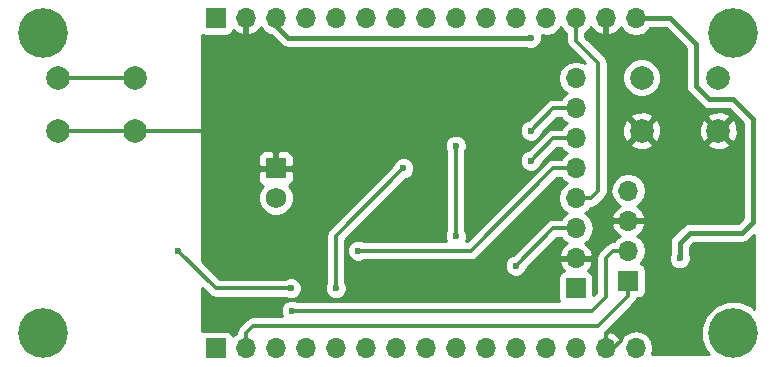
<source format=gbr>
G04 #@! TF.FileFunction,Copper,L2,Bot,Signal*
%FSLAX46Y46*%
G04 Gerber Fmt 4.6, Leading zero omitted, Abs format (unit mm)*
G04 Created by KiCad (PCBNEW 4.0.7) date 03/26/18 16:58:00*
%MOMM*%
%LPD*%
G01*
G04 APERTURE LIST*
%ADD10C,0.100000*%
%ADD11C,4.200000*%
%ADD12R,1.700000X1.700000*%
%ADD13O,1.700000X1.700000*%
%ADD14C,2.000000*%
%ADD15R,1.750000X1.750000*%
%ADD16C,1.750000*%
%ADD17C,0.600000*%
%ADD18C,0.350000*%
%ADD19C,0.450000*%
%ADD20C,0.254000*%
G04 APERTURE END LIST*
D10*
D11*
X204470000Y-104775000D03*
X146050000Y-104775000D03*
X146050000Y-79375000D03*
D12*
X195580000Y-100330000D03*
D13*
X195580000Y-97790000D03*
X195580000Y-95250000D03*
X195580000Y-92710000D03*
D14*
X203200000Y-83130000D03*
X203200000Y-87630000D03*
X196700000Y-83130000D03*
X196700000Y-87630000D03*
D12*
X160655000Y-78105000D03*
D13*
X163195000Y-78105000D03*
X165735000Y-78105000D03*
X168275000Y-78105000D03*
X170815000Y-78105000D03*
X173355000Y-78105000D03*
X175895000Y-78105000D03*
X178435000Y-78105000D03*
X180975000Y-78105000D03*
X183515000Y-78105000D03*
X186055000Y-78105000D03*
X188595000Y-78105000D03*
X191135000Y-78105000D03*
X193675000Y-78105000D03*
X196215000Y-78105000D03*
D12*
X160655000Y-106045000D03*
D13*
X163195000Y-106045000D03*
X165735000Y-106045000D03*
X168275000Y-106045000D03*
X170815000Y-106045000D03*
X173355000Y-106045000D03*
X175895000Y-106045000D03*
X178435000Y-106045000D03*
X180975000Y-106045000D03*
X183515000Y-106045000D03*
X186055000Y-106045000D03*
X188595000Y-106045000D03*
X191135000Y-106045000D03*
X193675000Y-106045000D03*
X196215000Y-106045000D03*
D12*
X191135000Y-100965000D03*
D13*
X191135000Y-98425000D03*
X191135000Y-95885000D03*
X191135000Y-93345000D03*
X191135000Y-90805000D03*
X191135000Y-88265000D03*
X191135000Y-85725000D03*
X191135000Y-83185000D03*
D11*
X204470000Y-79375000D03*
D15*
X165735000Y-90805000D03*
D16*
X165735000Y-93305000D03*
D14*
X147320000Y-83130000D03*
X147320000Y-87630000D03*
X153820000Y-83130000D03*
X153820000Y-87630000D03*
D17*
X167089998Y-102870000D03*
X199930000Y-98425000D03*
X187325000Y-79756000D03*
X167005000Y-100965000D03*
X157480000Y-97790000D03*
X176530000Y-90805000D03*
X170815000Y-100965000D03*
X172720000Y-97790000D03*
X187325000Y-87630000D03*
X187325000Y-90170000D03*
X186055000Y-99060000D03*
X180975000Y-88900000D03*
X180975000Y-96520000D03*
D18*
X195580000Y-100330000D02*
X195580000Y-101600000D01*
X195580000Y-101600000D02*
X193040000Y-104140000D01*
X163830000Y-104140000D02*
X163195000Y-104775000D01*
X193040000Y-104140000D02*
X163830000Y-104140000D01*
X163195000Y-104775000D02*
X163195000Y-106045000D01*
X163195000Y-104775000D02*
X163195000Y-106045000D01*
X167005000Y-102870000D02*
X167089998Y-102870000D01*
X167089998Y-102870000D02*
X167005000Y-102870000D01*
X195580000Y-97790000D02*
X194310000Y-97790000D01*
X192489998Y-102870000D02*
X167089998Y-102870000D01*
X193675000Y-101684998D02*
X192489998Y-102870000D01*
X193675000Y-98425000D02*
X193675000Y-101684998D01*
X194310000Y-97790000D02*
X193675000Y-98425000D01*
X147320000Y-87630000D02*
X153820000Y-87630000D01*
X153820000Y-87630000D02*
X160655000Y-87630000D01*
X193675000Y-106045000D02*
X193675000Y-104775000D01*
X193675000Y-104775000D02*
X194310000Y-104140000D01*
X193675000Y-106045000D02*
X194310000Y-106045000D01*
X194310000Y-106045000D02*
X194945000Y-105410000D01*
X194945000Y-105410000D02*
X194945000Y-104775000D01*
X193675000Y-106045000D02*
X193675000Y-105410000D01*
D19*
X199930000Y-98425000D02*
X199930000Y-97123000D01*
X199136000Y-78105000D02*
X196215000Y-78105000D01*
X201295000Y-80264000D02*
X199136000Y-78105000D01*
X201295000Y-83820000D02*
X201295000Y-80264000D01*
X202438000Y-84963000D02*
X201295000Y-83820000D01*
X204470000Y-84963000D02*
X202438000Y-84963000D01*
X206121000Y-86614000D02*
X204470000Y-84963000D01*
X206121000Y-92583000D02*
X206121000Y-86614000D01*
X206121000Y-95377000D02*
X206121000Y-92583000D01*
X205232000Y-96266000D02*
X206121000Y-95377000D01*
X200787000Y-96266000D02*
X205232000Y-96266000D01*
X199930000Y-97123000D02*
X200787000Y-96266000D01*
X187325000Y-79756000D02*
X166751000Y-79756000D01*
X165735000Y-78740000D02*
X166751000Y-79756000D01*
X165735000Y-78740000D02*
X165735000Y-78105000D01*
D18*
X167005000Y-100965000D02*
X161290000Y-100965000D01*
X160655000Y-100965000D02*
X161290000Y-100965000D01*
X157480000Y-97790000D02*
X160655000Y-100965000D01*
X147320000Y-83130000D02*
X153820000Y-83130000D01*
X153820000Y-83130000D02*
X153875000Y-83185000D01*
X176530000Y-90805000D02*
X170815000Y-96520000D01*
X170815000Y-96520000D02*
X170815000Y-100965000D01*
X172720000Y-97790000D02*
X177165000Y-97790000D01*
X177165000Y-97790000D02*
X177800000Y-97790000D01*
X191135000Y-90805000D02*
X189230000Y-90805000D01*
X182245000Y-97790000D02*
X177800000Y-97790000D01*
X177800000Y-97790000D02*
X177165000Y-97790000D01*
X189230000Y-90805000D02*
X182245000Y-97790000D01*
X191135000Y-85725000D02*
X189230000Y-85725000D01*
X189230000Y-85725000D02*
X187325000Y-87630000D01*
X191135000Y-93345000D02*
X192405000Y-93345000D01*
X191135000Y-80010000D02*
X191135000Y-78105000D01*
X193040000Y-81915000D02*
X191135000Y-80010000D01*
X193040000Y-92710000D02*
X193040000Y-81915000D01*
X192405000Y-93345000D02*
X193040000Y-92710000D01*
X191135000Y-88265000D02*
X189230000Y-88265000D01*
X189230000Y-88265000D02*
X187325000Y-90170000D01*
X191135000Y-95885000D02*
X189230000Y-95885000D01*
X189230000Y-95885000D02*
X186055000Y-99060000D01*
X180975000Y-88900000D02*
X180975000Y-96520000D01*
D20*
G36*
X163322000Y-77978000D02*
X163342000Y-77978000D01*
X163342000Y-78232000D01*
X163322000Y-78232000D01*
X163322000Y-79425155D01*
X163551890Y-79546476D01*
X163961924Y-79376645D01*
X164390183Y-78986358D01*
X164457298Y-78843447D01*
X164684946Y-79184147D01*
X165166715Y-79506054D01*
X165314158Y-79535382D01*
X166142888Y-80364112D01*
X166421892Y-80550536D01*
X166751000Y-80616000D01*
X186957972Y-80616000D01*
X187138201Y-80690838D01*
X187510167Y-80691162D01*
X187853943Y-80549117D01*
X188117192Y-80286327D01*
X188259838Y-79942799D01*
X188260162Y-79570833D01*
X188251904Y-79550847D01*
X188595000Y-79619093D01*
X189163285Y-79506054D01*
X189645054Y-79184147D01*
X189865000Y-78854974D01*
X190084946Y-79184147D01*
X190325000Y-79344546D01*
X190325000Y-80010000D01*
X190386658Y-80319974D01*
X190539149Y-80548192D01*
X190562244Y-80582756D01*
X191913644Y-81934157D01*
X191732378Y-81813039D01*
X191164093Y-81700000D01*
X191105907Y-81700000D01*
X190537622Y-81813039D01*
X190055853Y-82134946D01*
X189733946Y-82616715D01*
X189620907Y-83185000D01*
X189733946Y-83753285D01*
X190055853Y-84235054D01*
X190385026Y-84455000D01*
X190055853Y-84674946D01*
X189895454Y-84915000D01*
X189230000Y-84915000D01*
X189057897Y-84949234D01*
X188920027Y-84976657D01*
X188657244Y-85152243D01*
X187096918Y-86712570D01*
X186796057Y-86836883D01*
X186532808Y-87099673D01*
X186390162Y-87443201D01*
X186389838Y-87815167D01*
X186531883Y-88158943D01*
X186794673Y-88422192D01*
X187138201Y-88564838D01*
X187510167Y-88565162D01*
X187853943Y-88423117D01*
X188117192Y-88160327D01*
X188242884Y-87857628D01*
X189565513Y-86535000D01*
X189895454Y-86535000D01*
X190055853Y-86775054D01*
X190385026Y-86995000D01*
X190055853Y-87214946D01*
X189895454Y-87455000D01*
X189230000Y-87455000D01*
X189057897Y-87489234D01*
X188920027Y-87516657D01*
X188657244Y-87692243D01*
X187096918Y-89252570D01*
X186796057Y-89376883D01*
X186532808Y-89639673D01*
X186390162Y-89983201D01*
X186389838Y-90355167D01*
X186531883Y-90698943D01*
X186794673Y-90962192D01*
X187138201Y-91104838D01*
X187510167Y-91105162D01*
X187853943Y-90963117D01*
X188117192Y-90700327D01*
X188242884Y-90397628D01*
X189565513Y-89075000D01*
X189895454Y-89075000D01*
X190055853Y-89315054D01*
X190385026Y-89535000D01*
X190055853Y-89754946D01*
X189895454Y-89995000D01*
X189230000Y-89995000D01*
X189057897Y-90029234D01*
X188920027Y-90056657D01*
X188657244Y-90232243D01*
X181909488Y-96980000D01*
X181796394Y-96980000D01*
X181909838Y-96706799D01*
X181910162Y-96334833D01*
X181785000Y-96031917D01*
X181785000Y-89387441D01*
X181909838Y-89086799D01*
X181910162Y-88714833D01*
X181768117Y-88371057D01*
X181505327Y-88107808D01*
X181161799Y-87965162D01*
X180789833Y-87964838D01*
X180446057Y-88106883D01*
X180182808Y-88369673D01*
X180040162Y-88713201D01*
X180039838Y-89085167D01*
X180165000Y-89388083D01*
X180165000Y-96032559D01*
X180040162Y-96333201D01*
X180039838Y-96705167D01*
X180153396Y-96980000D01*
X173207441Y-96980000D01*
X172906799Y-96855162D01*
X172534833Y-96854838D01*
X172191057Y-96996883D01*
X171927808Y-97259673D01*
X171785162Y-97603201D01*
X171784838Y-97975167D01*
X171926883Y-98318943D01*
X172189673Y-98582192D01*
X172533201Y-98724838D01*
X172905167Y-98725162D01*
X173208083Y-98600000D01*
X182245000Y-98600000D01*
X182554974Y-98538342D01*
X182817756Y-98362756D01*
X189565513Y-91615000D01*
X189895454Y-91615000D01*
X190055853Y-91855054D01*
X190385026Y-92075000D01*
X190055853Y-92294946D01*
X189733946Y-92776715D01*
X189620907Y-93345000D01*
X189733946Y-93913285D01*
X190055853Y-94395054D01*
X190385026Y-94615000D01*
X190055853Y-94834946D01*
X189895454Y-95075000D01*
X189230000Y-95075000D01*
X188920026Y-95136658D01*
X188788635Y-95224451D01*
X188657243Y-95312244D01*
X185826918Y-98142570D01*
X185526057Y-98266883D01*
X185262808Y-98529673D01*
X185120162Y-98873201D01*
X185119838Y-99245167D01*
X185261883Y-99588943D01*
X185524673Y-99852192D01*
X185868201Y-99994838D01*
X186240167Y-99995162D01*
X186583943Y-99853117D01*
X186847192Y-99590327D01*
X186972884Y-99287628D01*
X189565513Y-96695000D01*
X189895454Y-96695000D01*
X190055853Y-96935054D01*
X190396553Y-97162702D01*
X190253642Y-97229817D01*
X189863355Y-97658076D01*
X189693524Y-98068110D01*
X189814845Y-98298000D01*
X191008000Y-98298000D01*
X191008000Y-98278000D01*
X191262000Y-98278000D01*
X191262000Y-98298000D01*
X192455155Y-98298000D01*
X192576476Y-98068110D01*
X192406645Y-97658076D01*
X192016358Y-97229817D01*
X191873447Y-97162702D01*
X192214147Y-96935054D01*
X192536054Y-96453285D01*
X192649093Y-95885000D01*
X192536054Y-95316715D01*
X192214147Y-94834946D01*
X191884974Y-94615000D01*
X192214147Y-94395054D01*
X192374546Y-94155000D01*
X192405000Y-94155000D01*
X192714974Y-94093342D01*
X192977756Y-93917756D01*
X193612757Y-93282756D01*
X193788343Y-93019973D01*
X193850000Y-92710000D01*
X194065907Y-92710000D01*
X194178946Y-93278285D01*
X194500853Y-93760054D01*
X194841553Y-93987702D01*
X194698642Y-94054817D01*
X194308355Y-94483076D01*
X194138524Y-94893110D01*
X194259845Y-95123000D01*
X195453000Y-95123000D01*
X195453000Y-95103000D01*
X195707000Y-95103000D01*
X195707000Y-95123000D01*
X196900155Y-95123000D01*
X197021476Y-94893110D01*
X196851645Y-94483076D01*
X196461358Y-94054817D01*
X196318447Y-93987702D01*
X196659147Y-93760054D01*
X196981054Y-93278285D01*
X197094093Y-92710000D01*
X196981054Y-92141715D01*
X196659147Y-91659946D01*
X196177378Y-91338039D01*
X195609093Y-91225000D01*
X195550907Y-91225000D01*
X194982622Y-91338039D01*
X194500853Y-91659946D01*
X194178946Y-92141715D01*
X194065907Y-92710000D01*
X193850000Y-92710000D01*
X193850000Y-88782532D01*
X195727073Y-88782532D01*
X195825736Y-89049387D01*
X196435461Y-89275908D01*
X197085460Y-89251856D01*
X197574264Y-89049387D01*
X197672927Y-88782532D01*
X202227073Y-88782532D01*
X202325736Y-89049387D01*
X202935461Y-89275908D01*
X203585460Y-89251856D01*
X204074264Y-89049387D01*
X204172927Y-88782532D01*
X203200000Y-87809605D01*
X202227073Y-88782532D01*
X197672927Y-88782532D01*
X196700000Y-87809605D01*
X195727073Y-88782532D01*
X193850000Y-88782532D01*
X193850000Y-87365461D01*
X195054092Y-87365461D01*
X195078144Y-88015460D01*
X195280613Y-88504264D01*
X195547468Y-88602927D01*
X196520395Y-87630000D01*
X196879605Y-87630000D01*
X197852532Y-88602927D01*
X198119387Y-88504264D01*
X198345908Y-87894539D01*
X198326331Y-87365461D01*
X201554092Y-87365461D01*
X201578144Y-88015460D01*
X201780613Y-88504264D01*
X202047468Y-88602927D01*
X203020395Y-87630000D01*
X203379605Y-87630000D01*
X204352532Y-88602927D01*
X204619387Y-88504264D01*
X204845908Y-87894539D01*
X204821856Y-87244540D01*
X204619387Y-86755736D01*
X204352532Y-86657073D01*
X203379605Y-87630000D01*
X203020395Y-87630000D01*
X202047468Y-86657073D01*
X201780613Y-86755736D01*
X201554092Y-87365461D01*
X198326331Y-87365461D01*
X198321856Y-87244540D01*
X198119387Y-86755736D01*
X197852532Y-86657073D01*
X196879605Y-87630000D01*
X196520395Y-87630000D01*
X195547468Y-86657073D01*
X195280613Y-86755736D01*
X195054092Y-87365461D01*
X193850000Y-87365461D01*
X193850000Y-86477468D01*
X195727073Y-86477468D01*
X196700000Y-87450395D01*
X197672927Y-86477468D01*
X202227073Y-86477468D01*
X203200000Y-87450395D01*
X204172927Y-86477468D01*
X204074264Y-86210613D01*
X203464539Y-85984092D01*
X202814540Y-86008144D01*
X202325736Y-86210613D01*
X202227073Y-86477468D01*
X197672927Y-86477468D01*
X197574264Y-86210613D01*
X196964539Y-85984092D01*
X196314540Y-86008144D01*
X195825736Y-86210613D01*
X195727073Y-86477468D01*
X193850000Y-86477468D01*
X193850000Y-83453795D01*
X195064716Y-83453795D01*
X195313106Y-84054943D01*
X195772637Y-84515278D01*
X196373352Y-84764716D01*
X197023795Y-84765284D01*
X197624943Y-84516894D01*
X198085278Y-84057363D01*
X198334716Y-83456648D01*
X198335284Y-82806205D01*
X198086894Y-82205057D01*
X197627363Y-81744722D01*
X197026648Y-81495284D01*
X196376205Y-81494716D01*
X195775057Y-81743106D01*
X195314722Y-82202637D01*
X195065284Y-82803352D01*
X195064716Y-83453795D01*
X193850000Y-83453795D01*
X193850000Y-81915000D01*
X193807234Y-81700000D01*
X193788343Y-81605027D01*
X193612757Y-81342244D01*
X191945000Y-79674488D01*
X191945000Y-79344546D01*
X192185054Y-79184147D01*
X192412702Y-78843447D01*
X192479817Y-78986358D01*
X192908076Y-79376645D01*
X193318110Y-79546476D01*
X193548000Y-79425155D01*
X193548000Y-78232000D01*
X193528000Y-78232000D01*
X193528000Y-77978000D01*
X193548000Y-77978000D01*
X193548000Y-77958000D01*
X193802000Y-77958000D01*
X193802000Y-77978000D01*
X193822000Y-77978000D01*
X193822000Y-78232000D01*
X193802000Y-78232000D01*
X193802000Y-79425155D01*
X194031890Y-79546476D01*
X194441924Y-79376645D01*
X194870183Y-78986358D01*
X194937298Y-78843447D01*
X195164946Y-79184147D01*
X195646715Y-79506054D01*
X196215000Y-79619093D01*
X196783285Y-79506054D01*
X197265054Y-79184147D01*
X197411483Y-78965000D01*
X198779776Y-78965000D01*
X200435000Y-80620224D01*
X200435000Y-83820000D01*
X200500464Y-84149108D01*
X200686888Y-84428112D01*
X201829888Y-85571112D01*
X202108892Y-85757536D01*
X202438000Y-85823000D01*
X204113776Y-85823000D01*
X205261000Y-86970224D01*
X205261000Y-95020776D01*
X204875776Y-95406000D01*
X200787000Y-95406000D01*
X200457892Y-95471464D01*
X200255212Y-95606890D01*
X200178888Y-95657888D01*
X199321888Y-96514888D01*
X199135464Y-96793892D01*
X199070000Y-97123000D01*
X199070000Y-98057972D01*
X198995162Y-98238201D01*
X198994838Y-98610167D01*
X199136883Y-98953943D01*
X199399673Y-99217192D01*
X199743201Y-99359838D01*
X200115167Y-99360162D01*
X200458943Y-99218117D01*
X200722192Y-98955327D01*
X200864838Y-98611799D01*
X200865162Y-98239833D01*
X200790000Y-98057927D01*
X200790000Y-97479224D01*
X201143224Y-97126000D01*
X205232000Y-97126000D01*
X205561108Y-97060536D01*
X205840112Y-96874112D01*
X206248000Y-96466224D01*
X206248000Y-102684852D01*
X206021276Y-102457732D01*
X205016412Y-102040476D01*
X203928362Y-102039526D01*
X202922771Y-102455028D01*
X202152732Y-103223724D01*
X201735476Y-104228588D01*
X201734526Y-105316638D01*
X202150028Y-106322229D01*
X202380397Y-106553000D01*
X197604739Y-106553000D01*
X197700000Y-106074093D01*
X197700000Y-106015907D01*
X197586961Y-105447622D01*
X197265054Y-104965853D01*
X196783285Y-104643946D01*
X196215000Y-104530907D01*
X195646715Y-104643946D01*
X195164946Y-104965853D01*
X194937298Y-105306553D01*
X194870183Y-105163642D01*
X194441924Y-104773355D01*
X194031890Y-104603524D01*
X193802002Y-104724844D01*
X193802002Y-104560000D01*
X193765512Y-104560000D01*
X196152756Y-102172757D01*
X196271548Y-101994972D01*
X196328342Y-101909974D01*
X196344759Y-101827440D01*
X196430000Y-101827440D01*
X196665317Y-101783162D01*
X196881441Y-101644090D01*
X197026431Y-101431890D01*
X197077440Y-101180000D01*
X197077440Y-99480000D01*
X197033162Y-99244683D01*
X196894090Y-99028559D01*
X196681890Y-98883569D01*
X196614459Y-98869914D01*
X196659147Y-98840054D01*
X196981054Y-98358285D01*
X197094093Y-97790000D01*
X196981054Y-97221715D01*
X196659147Y-96739946D01*
X196318447Y-96512298D01*
X196461358Y-96445183D01*
X196851645Y-96016924D01*
X197021476Y-95606890D01*
X196900155Y-95377000D01*
X195707000Y-95377000D01*
X195707000Y-95397000D01*
X195453000Y-95397000D01*
X195453000Y-95377000D01*
X194259845Y-95377000D01*
X194138524Y-95606890D01*
X194308355Y-96016924D01*
X194698642Y-96445183D01*
X194841553Y-96512298D01*
X194500853Y-96739946D01*
X194340454Y-96980000D01*
X194310000Y-96980000D01*
X194000027Y-97041657D01*
X193737244Y-97217243D01*
X193102244Y-97852244D01*
X192926658Y-98115026D01*
X192865000Y-98425000D01*
X192865000Y-101349485D01*
X192632440Y-101582045D01*
X192632440Y-100115000D01*
X192588162Y-99879683D01*
X192449090Y-99663559D01*
X192236890Y-99518569D01*
X192128893Y-99496699D01*
X192406645Y-99191924D01*
X192576476Y-98781890D01*
X192455155Y-98552000D01*
X191262000Y-98552000D01*
X191262000Y-98572000D01*
X191008000Y-98572000D01*
X191008000Y-98552000D01*
X189814845Y-98552000D01*
X189693524Y-98781890D01*
X189863355Y-99191924D01*
X190139501Y-99494937D01*
X190049683Y-99511838D01*
X189833559Y-99650910D01*
X189688569Y-99863110D01*
X189637560Y-100115000D01*
X189637560Y-101815000D01*
X189681838Y-102050317D01*
X189688069Y-102060000D01*
X167577439Y-102060000D01*
X167276797Y-101935162D01*
X166904831Y-101934838D01*
X166561055Y-102076883D01*
X166297806Y-102339673D01*
X166155160Y-102683201D01*
X166154836Y-103055167D01*
X166268394Y-103330000D01*
X163830000Y-103330000D01*
X163520027Y-103391657D01*
X163257244Y-103567243D01*
X162622244Y-104202244D01*
X162446658Y-104465026D01*
X162385000Y-104775000D01*
X162385000Y-104805454D01*
X162144946Y-104965853D01*
X162117150Y-105007452D01*
X162108162Y-104959683D01*
X161969090Y-104743559D01*
X161756890Y-104598569D01*
X161505000Y-104547560D01*
X159805000Y-104547560D01*
X159569683Y-104591838D01*
X159512000Y-104628956D01*
X159512000Y-100967513D01*
X160082243Y-101537756D01*
X160175398Y-101600000D01*
X160345026Y-101713342D01*
X160655000Y-101775000D01*
X166517559Y-101775000D01*
X166818201Y-101899838D01*
X167190167Y-101900162D01*
X167533943Y-101758117D01*
X167797192Y-101495327D01*
X167939838Y-101151799D01*
X167939839Y-101150167D01*
X169879838Y-101150167D01*
X170021883Y-101493943D01*
X170284673Y-101757192D01*
X170628201Y-101899838D01*
X171000167Y-101900162D01*
X171343943Y-101758117D01*
X171607192Y-101495327D01*
X171749838Y-101151799D01*
X171750162Y-100779833D01*
X171625000Y-100476917D01*
X171625000Y-96855512D01*
X176758084Y-91722429D01*
X177058943Y-91598117D01*
X177322192Y-91335327D01*
X177464838Y-90991799D01*
X177465162Y-90619833D01*
X177323117Y-90276057D01*
X177060327Y-90012808D01*
X176716799Y-89870162D01*
X176344833Y-89869838D01*
X176001057Y-90011883D01*
X175737808Y-90274673D01*
X175612116Y-90577371D01*
X170242244Y-95947244D01*
X170066658Y-96210026D01*
X170005000Y-96520000D01*
X170005000Y-100477559D01*
X169880162Y-100778201D01*
X169879838Y-101150167D01*
X167939839Y-101150167D01*
X167940162Y-100779833D01*
X167798117Y-100436057D01*
X167535327Y-100172808D01*
X167191799Y-100030162D01*
X166819833Y-100029838D01*
X166516917Y-100155000D01*
X160990513Y-100155000D01*
X159512000Y-98676488D01*
X159512000Y-93604040D01*
X164224738Y-93604040D01*
X164454138Y-94159229D01*
X164878537Y-94584370D01*
X165433325Y-94814738D01*
X166034040Y-94815262D01*
X166589229Y-94585862D01*
X167014370Y-94161463D01*
X167244738Y-93606675D01*
X167245262Y-93005960D01*
X167015862Y-92450771D01*
X166838198Y-92272797D01*
X166969699Y-92218327D01*
X167148327Y-92039698D01*
X167245000Y-91806309D01*
X167245000Y-91090750D01*
X167086250Y-90932000D01*
X165862000Y-90932000D01*
X165862000Y-90952000D01*
X165608000Y-90952000D01*
X165608000Y-90932000D01*
X164383750Y-90932000D01*
X164225000Y-91090750D01*
X164225000Y-91806309D01*
X164321673Y-92039698D01*
X164500301Y-92218327D01*
X164631714Y-92272760D01*
X164455630Y-92448537D01*
X164225262Y-93003325D01*
X164224738Y-93604040D01*
X159512000Y-93604040D01*
X159512000Y-89803691D01*
X164225000Y-89803691D01*
X164225000Y-90519250D01*
X164383750Y-90678000D01*
X165608000Y-90678000D01*
X165608000Y-89453750D01*
X165862000Y-89453750D01*
X165862000Y-90678000D01*
X167086250Y-90678000D01*
X167245000Y-90519250D01*
X167245000Y-89803691D01*
X167148327Y-89570302D01*
X166969699Y-89391673D01*
X166736310Y-89295000D01*
X166020750Y-89295000D01*
X165862000Y-89453750D01*
X165608000Y-89453750D01*
X165449250Y-89295000D01*
X164733690Y-89295000D01*
X164500301Y-89391673D01*
X164321673Y-89570302D01*
X164225000Y-89803691D01*
X159512000Y-89803691D01*
X159512000Y-79523342D01*
X159553110Y-79551431D01*
X159805000Y-79602440D01*
X161505000Y-79602440D01*
X161740317Y-79558162D01*
X161956441Y-79419090D01*
X162101431Y-79206890D01*
X162123301Y-79098893D01*
X162428076Y-79376645D01*
X162838110Y-79546476D01*
X163068000Y-79425155D01*
X163068000Y-78232000D01*
X163048000Y-78232000D01*
X163048000Y-77978000D01*
X163068000Y-77978000D01*
X163068000Y-77958000D01*
X163322000Y-77958000D01*
X163322000Y-77978000D01*
X163322000Y-77978000D01*
G37*
X163322000Y-77978000D02*
X163342000Y-77978000D01*
X163342000Y-78232000D01*
X163322000Y-78232000D01*
X163322000Y-79425155D01*
X163551890Y-79546476D01*
X163961924Y-79376645D01*
X164390183Y-78986358D01*
X164457298Y-78843447D01*
X164684946Y-79184147D01*
X165166715Y-79506054D01*
X165314158Y-79535382D01*
X166142888Y-80364112D01*
X166421892Y-80550536D01*
X166751000Y-80616000D01*
X186957972Y-80616000D01*
X187138201Y-80690838D01*
X187510167Y-80691162D01*
X187853943Y-80549117D01*
X188117192Y-80286327D01*
X188259838Y-79942799D01*
X188260162Y-79570833D01*
X188251904Y-79550847D01*
X188595000Y-79619093D01*
X189163285Y-79506054D01*
X189645054Y-79184147D01*
X189865000Y-78854974D01*
X190084946Y-79184147D01*
X190325000Y-79344546D01*
X190325000Y-80010000D01*
X190386658Y-80319974D01*
X190539149Y-80548192D01*
X190562244Y-80582756D01*
X191913644Y-81934157D01*
X191732378Y-81813039D01*
X191164093Y-81700000D01*
X191105907Y-81700000D01*
X190537622Y-81813039D01*
X190055853Y-82134946D01*
X189733946Y-82616715D01*
X189620907Y-83185000D01*
X189733946Y-83753285D01*
X190055853Y-84235054D01*
X190385026Y-84455000D01*
X190055853Y-84674946D01*
X189895454Y-84915000D01*
X189230000Y-84915000D01*
X189057897Y-84949234D01*
X188920027Y-84976657D01*
X188657244Y-85152243D01*
X187096918Y-86712570D01*
X186796057Y-86836883D01*
X186532808Y-87099673D01*
X186390162Y-87443201D01*
X186389838Y-87815167D01*
X186531883Y-88158943D01*
X186794673Y-88422192D01*
X187138201Y-88564838D01*
X187510167Y-88565162D01*
X187853943Y-88423117D01*
X188117192Y-88160327D01*
X188242884Y-87857628D01*
X189565513Y-86535000D01*
X189895454Y-86535000D01*
X190055853Y-86775054D01*
X190385026Y-86995000D01*
X190055853Y-87214946D01*
X189895454Y-87455000D01*
X189230000Y-87455000D01*
X189057897Y-87489234D01*
X188920027Y-87516657D01*
X188657244Y-87692243D01*
X187096918Y-89252570D01*
X186796057Y-89376883D01*
X186532808Y-89639673D01*
X186390162Y-89983201D01*
X186389838Y-90355167D01*
X186531883Y-90698943D01*
X186794673Y-90962192D01*
X187138201Y-91104838D01*
X187510167Y-91105162D01*
X187853943Y-90963117D01*
X188117192Y-90700327D01*
X188242884Y-90397628D01*
X189565513Y-89075000D01*
X189895454Y-89075000D01*
X190055853Y-89315054D01*
X190385026Y-89535000D01*
X190055853Y-89754946D01*
X189895454Y-89995000D01*
X189230000Y-89995000D01*
X189057897Y-90029234D01*
X188920027Y-90056657D01*
X188657244Y-90232243D01*
X181909488Y-96980000D01*
X181796394Y-96980000D01*
X181909838Y-96706799D01*
X181910162Y-96334833D01*
X181785000Y-96031917D01*
X181785000Y-89387441D01*
X181909838Y-89086799D01*
X181910162Y-88714833D01*
X181768117Y-88371057D01*
X181505327Y-88107808D01*
X181161799Y-87965162D01*
X180789833Y-87964838D01*
X180446057Y-88106883D01*
X180182808Y-88369673D01*
X180040162Y-88713201D01*
X180039838Y-89085167D01*
X180165000Y-89388083D01*
X180165000Y-96032559D01*
X180040162Y-96333201D01*
X180039838Y-96705167D01*
X180153396Y-96980000D01*
X173207441Y-96980000D01*
X172906799Y-96855162D01*
X172534833Y-96854838D01*
X172191057Y-96996883D01*
X171927808Y-97259673D01*
X171785162Y-97603201D01*
X171784838Y-97975167D01*
X171926883Y-98318943D01*
X172189673Y-98582192D01*
X172533201Y-98724838D01*
X172905167Y-98725162D01*
X173208083Y-98600000D01*
X182245000Y-98600000D01*
X182554974Y-98538342D01*
X182817756Y-98362756D01*
X189565513Y-91615000D01*
X189895454Y-91615000D01*
X190055853Y-91855054D01*
X190385026Y-92075000D01*
X190055853Y-92294946D01*
X189733946Y-92776715D01*
X189620907Y-93345000D01*
X189733946Y-93913285D01*
X190055853Y-94395054D01*
X190385026Y-94615000D01*
X190055853Y-94834946D01*
X189895454Y-95075000D01*
X189230000Y-95075000D01*
X188920026Y-95136658D01*
X188788635Y-95224451D01*
X188657243Y-95312244D01*
X185826918Y-98142570D01*
X185526057Y-98266883D01*
X185262808Y-98529673D01*
X185120162Y-98873201D01*
X185119838Y-99245167D01*
X185261883Y-99588943D01*
X185524673Y-99852192D01*
X185868201Y-99994838D01*
X186240167Y-99995162D01*
X186583943Y-99853117D01*
X186847192Y-99590327D01*
X186972884Y-99287628D01*
X189565513Y-96695000D01*
X189895454Y-96695000D01*
X190055853Y-96935054D01*
X190396553Y-97162702D01*
X190253642Y-97229817D01*
X189863355Y-97658076D01*
X189693524Y-98068110D01*
X189814845Y-98298000D01*
X191008000Y-98298000D01*
X191008000Y-98278000D01*
X191262000Y-98278000D01*
X191262000Y-98298000D01*
X192455155Y-98298000D01*
X192576476Y-98068110D01*
X192406645Y-97658076D01*
X192016358Y-97229817D01*
X191873447Y-97162702D01*
X192214147Y-96935054D01*
X192536054Y-96453285D01*
X192649093Y-95885000D01*
X192536054Y-95316715D01*
X192214147Y-94834946D01*
X191884974Y-94615000D01*
X192214147Y-94395054D01*
X192374546Y-94155000D01*
X192405000Y-94155000D01*
X192714974Y-94093342D01*
X192977756Y-93917756D01*
X193612757Y-93282756D01*
X193788343Y-93019973D01*
X193850000Y-92710000D01*
X194065907Y-92710000D01*
X194178946Y-93278285D01*
X194500853Y-93760054D01*
X194841553Y-93987702D01*
X194698642Y-94054817D01*
X194308355Y-94483076D01*
X194138524Y-94893110D01*
X194259845Y-95123000D01*
X195453000Y-95123000D01*
X195453000Y-95103000D01*
X195707000Y-95103000D01*
X195707000Y-95123000D01*
X196900155Y-95123000D01*
X197021476Y-94893110D01*
X196851645Y-94483076D01*
X196461358Y-94054817D01*
X196318447Y-93987702D01*
X196659147Y-93760054D01*
X196981054Y-93278285D01*
X197094093Y-92710000D01*
X196981054Y-92141715D01*
X196659147Y-91659946D01*
X196177378Y-91338039D01*
X195609093Y-91225000D01*
X195550907Y-91225000D01*
X194982622Y-91338039D01*
X194500853Y-91659946D01*
X194178946Y-92141715D01*
X194065907Y-92710000D01*
X193850000Y-92710000D01*
X193850000Y-88782532D01*
X195727073Y-88782532D01*
X195825736Y-89049387D01*
X196435461Y-89275908D01*
X197085460Y-89251856D01*
X197574264Y-89049387D01*
X197672927Y-88782532D01*
X202227073Y-88782532D01*
X202325736Y-89049387D01*
X202935461Y-89275908D01*
X203585460Y-89251856D01*
X204074264Y-89049387D01*
X204172927Y-88782532D01*
X203200000Y-87809605D01*
X202227073Y-88782532D01*
X197672927Y-88782532D01*
X196700000Y-87809605D01*
X195727073Y-88782532D01*
X193850000Y-88782532D01*
X193850000Y-87365461D01*
X195054092Y-87365461D01*
X195078144Y-88015460D01*
X195280613Y-88504264D01*
X195547468Y-88602927D01*
X196520395Y-87630000D01*
X196879605Y-87630000D01*
X197852532Y-88602927D01*
X198119387Y-88504264D01*
X198345908Y-87894539D01*
X198326331Y-87365461D01*
X201554092Y-87365461D01*
X201578144Y-88015460D01*
X201780613Y-88504264D01*
X202047468Y-88602927D01*
X203020395Y-87630000D01*
X203379605Y-87630000D01*
X204352532Y-88602927D01*
X204619387Y-88504264D01*
X204845908Y-87894539D01*
X204821856Y-87244540D01*
X204619387Y-86755736D01*
X204352532Y-86657073D01*
X203379605Y-87630000D01*
X203020395Y-87630000D01*
X202047468Y-86657073D01*
X201780613Y-86755736D01*
X201554092Y-87365461D01*
X198326331Y-87365461D01*
X198321856Y-87244540D01*
X198119387Y-86755736D01*
X197852532Y-86657073D01*
X196879605Y-87630000D01*
X196520395Y-87630000D01*
X195547468Y-86657073D01*
X195280613Y-86755736D01*
X195054092Y-87365461D01*
X193850000Y-87365461D01*
X193850000Y-86477468D01*
X195727073Y-86477468D01*
X196700000Y-87450395D01*
X197672927Y-86477468D01*
X202227073Y-86477468D01*
X203200000Y-87450395D01*
X204172927Y-86477468D01*
X204074264Y-86210613D01*
X203464539Y-85984092D01*
X202814540Y-86008144D01*
X202325736Y-86210613D01*
X202227073Y-86477468D01*
X197672927Y-86477468D01*
X197574264Y-86210613D01*
X196964539Y-85984092D01*
X196314540Y-86008144D01*
X195825736Y-86210613D01*
X195727073Y-86477468D01*
X193850000Y-86477468D01*
X193850000Y-83453795D01*
X195064716Y-83453795D01*
X195313106Y-84054943D01*
X195772637Y-84515278D01*
X196373352Y-84764716D01*
X197023795Y-84765284D01*
X197624943Y-84516894D01*
X198085278Y-84057363D01*
X198334716Y-83456648D01*
X198335284Y-82806205D01*
X198086894Y-82205057D01*
X197627363Y-81744722D01*
X197026648Y-81495284D01*
X196376205Y-81494716D01*
X195775057Y-81743106D01*
X195314722Y-82202637D01*
X195065284Y-82803352D01*
X195064716Y-83453795D01*
X193850000Y-83453795D01*
X193850000Y-81915000D01*
X193807234Y-81700000D01*
X193788343Y-81605027D01*
X193612757Y-81342244D01*
X191945000Y-79674488D01*
X191945000Y-79344546D01*
X192185054Y-79184147D01*
X192412702Y-78843447D01*
X192479817Y-78986358D01*
X192908076Y-79376645D01*
X193318110Y-79546476D01*
X193548000Y-79425155D01*
X193548000Y-78232000D01*
X193528000Y-78232000D01*
X193528000Y-77978000D01*
X193548000Y-77978000D01*
X193548000Y-77958000D01*
X193802000Y-77958000D01*
X193802000Y-77978000D01*
X193822000Y-77978000D01*
X193822000Y-78232000D01*
X193802000Y-78232000D01*
X193802000Y-79425155D01*
X194031890Y-79546476D01*
X194441924Y-79376645D01*
X194870183Y-78986358D01*
X194937298Y-78843447D01*
X195164946Y-79184147D01*
X195646715Y-79506054D01*
X196215000Y-79619093D01*
X196783285Y-79506054D01*
X197265054Y-79184147D01*
X197411483Y-78965000D01*
X198779776Y-78965000D01*
X200435000Y-80620224D01*
X200435000Y-83820000D01*
X200500464Y-84149108D01*
X200686888Y-84428112D01*
X201829888Y-85571112D01*
X202108892Y-85757536D01*
X202438000Y-85823000D01*
X204113776Y-85823000D01*
X205261000Y-86970224D01*
X205261000Y-95020776D01*
X204875776Y-95406000D01*
X200787000Y-95406000D01*
X200457892Y-95471464D01*
X200255212Y-95606890D01*
X200178888Y-95657888D01*
X199321888Y-96514888D01*
X199135464Y-96793892D01*
X199070000Y-97123000D01*
X199070000Y-98057972D01*
X198995162Y-98238201D01*
X198994838Y-98610167D01*
X199136883Y-98953943D01*
X199399673Y-99217192D01*
X199743201Y-99359838D01*
X200115167Y-99360162D01*
X200458943Y-99218117D01*
X200722192Y-98955327D01*
X200864838Y-98611799D01*
X200865162Y-98239833D01*
X200790000Y-98057927D01*
X200790000Y-97479224D01*
X201143224Y-97126000D01*
X205232000Y-97126000D01*
X205561108Y-97060536D01*
X205840112Y-96874112D01*
X206248000Y-96466224D01*
X206248000Y-102684852D01*
X206021276Y-102457732D01*
X205016412Y-102040476D01*
X203928362Y-102039526D01*
X202922771Y-102455028D01*
X202152732Y-103223724D01*
X201735476Y-104228588D01*
X201734526Y-105316638D01*
X202150028Y-106322229D01*
X202380397Y-106553000D01*
X197604739Y-106553000D01*
X197700000Y-106074093D01*
X197700000Y-106015907D01*
X197586961Y-105447622D01*
X197265054Y-104965853D01*
X196783285Y-104643946D01*
X196215000Y-104530907D01*
X195646715Y-104643946D01*
X195164946Y-104965853D01*
X194937298Y-105306553D01*
X194870183Y-105163642D01*
X194441924Y-104773355D01*
X194031890Y-104603524D01*
X193802002Y-104724844D01*
X193802002Y-104560000D01*
X193765512Y-104560000D01*
X196152756Y-102172757D01*
X196271548Y-101994972D01*
X196328342Y-101909974D01*
X196344759Y-101827440D01*
X196430000Y-101827440D01*
X196665317Y-101783162D01*
X196881441Y-101644090D01*
X197026431Y-101431890D01*
X197077440Y-101180000D01*
X197077440Y-99480000D01*
X197033162Y-99244683D01*
X196894090Y-99028559D01*
X196681890Y-98883569D01*
X196614459Y-98869914D01*
X196659147Y-98840054D01*
X196981054Y-98358285D01*
X197094093Y-97790000D01*
X196981054Y-97221715D01*
X196659147Y-96739946D01*
X196318447Y-96512298D01*
X196461358Y-96445183D01*
X196851645Y-96016924D01*
X197021476Y-95606890D01*
X196900155Y-95377000D01*
X195707000Y-95377000D01*
X195707000Y-95397000D01*
X195453000Y-95397000D01*
X195453000Y-95377000D01*
X194259845Y-95377000D01*
X194138524Y-95606890D01*
X194308355Y-96016924D01*
X194698642Y-96445183D01*
X194841553Y-96512298D01*
X194500853Y-96739946D01*
X194340454Y-96980000D01*
X194310000Y-96980000D01*
X194000027Y-97041657D01*
X193737244Y-97217243D01*
X193102244Y-97852244D01*
X192926658Y-98115026D01*
X192865000Y-98425000D01*
X192865000Y-101349485D01*
X192632440Y-101582045D01*
X192632440Y-100115000D01*
X192588162Y-99879683D01*
X192449090Y-99663559D01*
X192236890Y-99518569D01*
X192128893Y-99496699D01*
X192406645Y-99191924D01*
X192576476Y-98781890D01*
X192455155Y-98552000D01*
X191262000Y-98552000D01*
X191262000Y-98572000D01*
X191008000Y-98572000D01*
X191008000Y-98552000D01*
X189814845Y-98552000D01*
X189693524Y-98781890D01*
X189863355Y-99191924D01*
X190139501Y-99494937D01*
X190049683Y-99511838D01*
X189833559Y-99650910D01*
X189688569Y-99863110D01*
X189637560Y-100115000D01*
X189637560Y-101815000D01*
X189681838Y-102050317D01*
X189688069Y-102060000D01*
X167577439Y-102060000D01*
X167276797Y-101935162D01*
X166904831Y-101934838D01*
X166561055Y-102076883D01*
X166297806Y-102339673D01*
X166155160Y-102683201D01*
X166154836Y-103055167D01*
X166268394Y-103330000D01*
X163830000Y-103330000D01*
X163520027Y-103391657D01*
X163257244Y-103567243D01*
X162622244Y-104202244D01*
X162446658Y-104465026D01*
X162385000Y-104775000D01*
X162385000Y-104805454D01*
X162144946Y-104965853D01*
X162117150Y-105007452D01*
X162108162Y-104959683D01*
X161969090Y-104743559D01*
X161756890Y-104598569D01*
X161505000Y-104547560D01*
X159805000Y-104547560D01*
X159569683Y-104591838D01*
X159512000Y-104628956D01*
X159512000Y-100967513D01*
X160082243Y-101537756D01*
X160175398Y-101600000D01*
X160345026Y-101713342D01*
X160655000Y-101775000D01*
X166517559Y-101775000D01*
X166818201Y-101899838D01*
X167190167Y-101900162D01*
X167533943Y-101758117D01*
X167797192Y-101495327D01*
X167939838Y-101151799D01*
X167939839Y-101150167D01*
X169879838Y-101150167D01*
X170021883Y-101493943D01*
X170284673Y-101757192D01*
X170628201Y-101899838D01*
X171000167Y-101900162D01*
X171343943Y-101758117D01*
X171607192Y-101495327D01*
X171749838Y-101151799D01*
X171750162Y-100779833D01*
X171625000Y-100476917D01*
X171625000Y-96855512D01*
X176758084Y-91722429D01*
X177058943Y-91598117D01*
X177322192Y-91335327D01*
X177464838Y-90991799D01*
X177465162Y-90619833D01*
X177323117Y-90276057D01*
X177060327Y-90012808D01*
X176716799Y-89870162D01*
X176344833Y-89869838D01*
X176001057Y-90011883D01*
X175737808Y-90274673D01*
X175612116Y-90577371D01*
X170242244Y-95947244D01*
X170066658Y-96210026D01*
X170005000Y-96520000D01*
X170005000Y-100477559D01*
X169880162Y-100778201D01*
X169879838Y-101150167D01*
X167939839Y-101150167D01*
X167940162Y-100779833D01*
X167798117Y-100436057D01*
X167535327Y-100172808D01*
X167191799Y-100030162D01*
X166819833Y-100029838D01*
X166516917Y-100155000D01*
X160990513Y-100155000D01*
X159512000Y-98676488D01*
X159512000Y-93604040D01*
X164224738Y-93604040D01*
X164454138Y-94159229D01*
X164878537Y-94584370D01*
X165433325Y-94814738D01*
X166034040Y-94815262D01*
X166589229Y-94585862D01*
X167014370Y-94161463D01*
X167244738Y-93606675D01*
X167245262Y-93005960D01*
X167015862Y-92450771D01*
X166838198Y-92272797D01*
X166969699Y-92218327D01*
X167148327Y-92039698D01*
X167245000Y-91806309D01*
X167245000Y-91090750D01*
X167086250Y-90932000D01*
X165862000Y-90932000D01*
X165862000Y-90952000D01*
X165608000Y-90952000D01*
X165608000Y-90932000D01*
X164383750Y-90932000D01*
X164225000Y-91090750D01*
X164225000Y-91806309D01*
X164321673Y-92039698D01*
X164500301Y-92218327D01*
X164631714Y-92272760D01*
X164455630Y-92448537D01*
X164225262Y-93003325D01*
X164224738Y-93604040D01*
X159512000Y-93604040D01*
X159512000Y-89803691D01*
X164225000Y-89803691D01*
X164225000Y-90519250D01*
X164383750Y-90678000D01*
X165608000Y-90678000D01*
X165608000Y-89453750D01*
X165862000Y-89453750D01*
X165862000Y-90678000D01*
X167086250Y-90678000D01*
X167245000Y-90519250D01*
X167245000Y-89803691D01*
X167148327Y-89570302D01*
X166969699Y-89391673D01*
X166736310Y-89295000D01*
X166020750Y-89295000D01*
X165862000Y-89453750D01*
X165608000Y-89453750D01*
X165449250Y-89295000D01*
X164733690Y-89295000D01*
X164500301Y-89391673D01*
X164321673Y-89570302D01*
X164225000Y-89803691D01*
X159512000Y-89803691D01*
X159512000Y-79523342D01*
X159553110Y-79551431D01*
X159805000Y-79602440D01*
X161505000Y-79602440D01*
X161740317Y-79558162D01*
X161956441Y-79419090D01*
X162101431Y-79206890D01*
X162123301Y-79098893D01*
X162428076Y-79376645D01*
X162838110Y-79546476D01*
X163068000Y-79425155D01*
X163068000Y-78232000D01*
X163048000Y-78232000D01*
X163048000Y-77978000D01*
X163068000Y-77978000D01*
X163068000Y-77958000D01*
X163322000Y-77958000D01*
X163322000Y-77978000D01*
G36*
X193802000Y-105918000D02*
X193822000Y-105918000D01*
X193822000Y-106172000D01*
X193802000Y-106172000D01*
X193802000Y-106192000D01*
X193548000Y-106192000D01*
X193548000Y-106172000D01*
X193528000Y-106172000D01*
X193528000Y-105918000D01*
X193548000Y-105918000D01*
X193548000Y-105898000D01*
X193802000Y-105898000D01*
X193802000Y-105918000D01*
X193802000Y-105918000D01*
G37*
X193802000Y-105918000D02*
X193822000Y-105918000D01*
X193822000Y-106172000D01*
X193802000Y-106172000D01*
X193802000Y-106192000D01*
X193548000Y-106192000D01*
X193548000Y-106172000D01*
X193528000Y-106172000D01*
X193528000Y-105918000D01*
X193548000Y-105918000D01*
X193548000Y-105898000D01*
X193802000Y-105898000D01*
X193802000Y-105918000D01*
M02*

</source>
